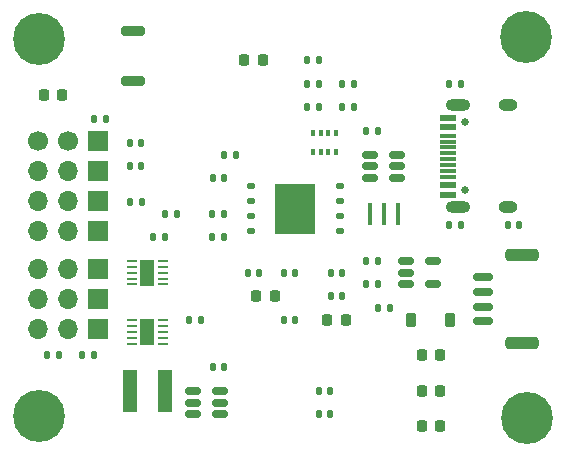
<source format=gbr>
%TF.GenerationSoftware,KiCad,Pcbnew,9.0.6*%
%TF.CreationDate,2026-01-01T00:57:53+05:30*%
%TF.ProjectId,fc,66632e6b-6963-4616-945f-706362585858,rev?*%
%TF.SameCoordinates,Original*%
%TF.FileFunction,Soldermask,Top*%
%TF.FilePolarity,Negative*%
%FSLAX46Y46*%
G04 Gerber Fmt 4.6, Leading zero omitted, Abs format (unit mm)*
G04 Created by KiCad (PCBNEW 9.0.6) date 2026-01-01 00:57:53*
%MOMM*%
%LPD*%
G01*
G04 APERTURE LIST*
G04 Aperture macros list*
%AMRoundRect*
0 Rectangle with rounded corners*
0 $1 Rounding radius*
0 $2 $3 $4 $5 $6 $7 $8 $9 X,Y pos of 4 corners*
0 Add a 4 corners polygon primitive as box body*
4,1,4,$2,$3,$4,$5,$6,$7,$8,$9,$2,$3,0*
0 Add four circle primitives for the rounded corners*
1,1,$1+$1,$2,$3*
1,1,$1+$1,$4,$5*
1,1,$1+$1,$6,$7*
1,1,$1+$1,$8,$9*
0 Add four rect primitives between the rounded corners*
20,1,$1+$1,$2,$3,$4,$5,0*
20,1,$1+$1,$4,$5,$6,$7,0*
20,1,$1+$1,$6,$7,$8,$9,0*
20,1,$1+$1,$8,$9,$2,$3,0*%
G04 Aperture macros list end*
%ADD10RoundRect,0.140000X-0.140000X-0.170000X0.140000X-0.170000X0.140000X0.170000X-0.140000X0.170000X0*%
%ADD11RoundRect,0.135000X-0.135000X-0.185000X0.135000X-0.185000X0.135000X0.185000X-0.135000X0.185000X0*%
%ADD12C,0.700000*%
%ADD13C,4.400000*%
%ADD14RoundRect,0.225000X-0.225000X-0.250000X0.225000X-0.250000X0.225000X0.250000X-0.225000X0.250000X0*%
%ADD15RoundRect,0.150000X-0.512500X-0.150000X0.512500X-0.150000X0.512500X0.150000X-0.512500X0.150000X0*%
%ADD16R,1.150000X3.600000*%
%ADD17RoundRect,0.062500X-0.337500X-0.062500X0.337500X-0.062500X0.337500X0.062500X-0.337500X0.062500X0*%
%ADD18R,1.300000X2.200000*%
%ADD19RoundRect,0.218750X-0.218750X-0.256250X0.218750X-0.256250X0.218750X0.256250X-0.218750X0.256250X0*%
%ADD20C,1.700000*%
%ADD21O,1.700000X1.700000*%
%ADD22R,1.700000X1.700000*%
%ADD23R,0.350000X0.500000*%
%ADD24C,0.650000*%
%ADD25R,1.450000X0.600000*%
%ADD26R,1.450000X0.300000*%
%ADD27O,2.100000X1.000000*%
%ADD28O,1.600000X1.000000*%
%ADD29RoundRect,0.150000X-0.700000X0.150000X-0.700000X-0.150000X0.700000X-0.150000X0.700000X0.150000X0*%
%ADD30RoundRect,0.250000X-1.150000X0.250000X-1.150000X-0.250000X1.150000X-0.250000X1.150000X0.250000X0*%
%ADD31RoundRect,0.225000X-0.225000X-0.375000X0.225000X-0.375000X0.225000X0.375000X-0.225000X0.375000X0*%
%ADD32RoundRect,0.125000X-0.200000X-0.125000X0.200000X-0.125000X0.200000X0.125000X-0.200000X0.125000X0*%
%ADD33R,3.400000X4.300000*%
%ADD34RoundRect,0.200000X0.800000X-0.200000X0.800000X0.200000X-0.800000X0.200000X-0.800000X-0.200000X0*%
%ADD35R,0.400000X1.900000*%
G04 APERTURE END LIST*
D10*
%TO.C,C14*%
X135760000Y-92390000D03*
X136720000Y-92390000D03*
%TD*%
%TO.C,C17*%
X151760000Y-113390000D03*
X152720000Y-113390000D03*
%TD*%
D11*
%TO.C,R14*%
X150730000Y-85390000D03*
X151750000Y-85390000D03*
%TD*%
%TO.C,R21*%
X142730000Y-100390000D03*
X143750000Y-100390000D03*
%TD*%
%TO.C,R10*%
X150730000Y-89390000D03*
X151750000Y-89390000D03*
%TD*%
%TO.C,R13*%
X142730000Y-98390000D03*
X143750000Y-98390000D03*
%TD*%
D12*
%TO.C,H1*%
X126446700Y-83636700D03*
X126929974Y-82469974D03*
X126929974Y-84803426D03*
X128096700Y-81986700D03*
D13*
X128096700Y-83636700D03*
D12*
X128096700Y-85286700D03*
X129263426Y-82469974D03*
X129263426Y-84803426D03*
X129746700Y-83636700D03*
%TD*%
D10*
%TO.C,C18*%
X145760000Y-103390000D03*
X146720000Y-103390000D03*
%TD*%
%TO.C,C20*%
X143760000Y-93390000D03*
X144720000Y-93390000D03*
%TD*%
%TO.C,C8*%
X148760000Y-103390000D03*
X149720000Y-103390000D03*
%TD*%
%TO.C,C12*%
X135760000Y-94390000D03*
X136720000Y-94390000D03*
%TD*%
D14*
%TO.C,C4*%
X160465000Y-116390000D03*
X162015000Y-116390000D03*
%TD*%
D15*
%TO.C,U2*%
X141102500Y-113440000D03*
X141102500Y-114390000D03*
X141102500Y-115340000D03*
X143377500Y-115340000D03*
X143377500Y-114390000D03*
X143377500Y-113440000D03*
%TD*%
D16*
%TO.C,L1*%
X135765000Y-113390000D03*
X138715000Y-113390000D03*
%TD*%
D11*
%TO.C,R5*%
X140730000Y-107390000D03*
X141750000Y-107390000D03*
%TD*%
D15*
%TO.C,U5*%
X159102500Y-102440000D03*
X159102500Y-103390000D03*
X159102500Y-104340000D03*
X161377500Y-104340000D03*
X161377500Y-102440000D03*
%TD*%
D11*
%TO.C,R8*%
X162730000Y-87390000D03*
X163750000Y-87390000D03*
%TD*%
D15*
%TO.C,U4*%
X156102500Y-93440000D03*
X156102500Y-94390000D03*
X156102500Y-95340000D03*
X158377500Y-95340000D03*
X158377500Y-94390000D03*
X158377500Y-93440000D03*
%TD*%
D11*
%TO.C,R15*%
X150730000Y-87390000D03*
X151750000Y-87390000D03*
%TD*%
D17*
%TO.C,U3*%
X135965000Y-102390000D03*
X135965000Y-102890000D03*
X135965000Y-103390000D03*
X135965000Y-103890000D03*
X135965000Y-104390000D03*
X138515000Y-104390000D03*
X138515000Y-103890000D03*
X138515000Y-103390000D03*
X138515000Y-102890000D03*
X138515000Y-102390000D03*
D18*
X137240000Y-103390000D03*
%TD*%
D11*
%TO.C,R12*%
X153730000Y-89390000D03*
X154750000Y-89390000D03*
%TD*%
D19*
%TO.C,D2*%
X146452500Y-105390000D03*
X148027500Y-105390000D03*
%TD*%
D11*
%TO.C,R6*%
X128730000Y-110390000D03*
X129750000Y-110390000D03*
%TD*%
D20*
%TO.C,J2*%
X127940000Y-92280000D03*
D21*
X127940000Y-94820000D03*
X127940000Y-97360000D03*
X127940000Y-99900000D03*
X127940000Y-103075000D03*
X127940000Y-105615000D03*
X127940000Y-108155000D03*
D20*
X130480000Y-92280000D03*
D21*
X130480000Y-94820000D03*
X130480000Y-97360000D03*
X130480000Y-99900000D03*
X130480000Y-103075000D03*
X130480000Y-105615000D03*
X130480000Y-108155000D03*
D22*
X133020000Y-92280000D03*
X133020000Y-94820000D03*
X133020000Y-97360000D03*
X133020000Y-99900000D03*
X133020000Y-103075000D03*
X133020000Y-105615000D03*
X133020000Y-108155000D03*
%TD*%
D11*
%TO.C,R19*%
X153730000Y-87390000D03*
X154750000Y-87390000D03*
%TD*%
D14*
%TO.C,C9*%
X152465000Y-107390000D03*
X154015000Y-107390000D03*
%TD*%
D10*
%TO.C,C15*%
X142760000Y-95390000D03*
X143720000Y-95390000D03*
%TD*%
%TO.C,C11*%
X167760000Y-99390000D03*
X168720000Y-99390000D03*
%TD*%
D11*
%TO.C,R9*%
X162730000Y-99390000D03*
X163750000Y-99390000D03*
%TD*%
D10*
%TO.C,C13*%
X152760000Y-105390000D03*
X153720000Y-105390000D03*
%TD*%
D11*
%TO.C,R17*%
X155730000Y-102390000D03*
X156750000Y-102390000D03*
%TD*%
%TO.C,R18*%
X155730000Y-104390000D03*
X156750000Y-104390000D03*
%TD*%
D23*
%TO.C,U8*%
X151265000Y-91590000D03*
X151915000Y-91590000D03*
X152565000Y-91590000D03*
X153215000Y-91590000D03*
X153215000Y-93190000D03*
X152565000Y-93190000D03*
X151915000Y-93190000D03*
X151265000Y-93190000D03*
%TD*%
D10*
%TO.C,C16*%
X151760000Y-115390000D03*
X152720000Y-115390000D03*
%TD*%
D24*
%TO.C,J1*%
X164100000Y-96430000D03*
X164100000Y-90650000D03*
D25*
X162655000Y-96790000D03*
X162655000Y-95990000D03*
D26*
X162655000Y-94790000D03*
X162655000Y-93790000D03*
X162655000Y-93290000D03*
X162655000Y-92290000D03*
D25*
X162655000Y-91090000D03*
X162655000Y-90290000D03*
X162655000Y-90290000D03*
X162655000Y-91090000D03*
D26*
X162655000Y-91790000D03*
X162655000Y-92790000D03*
X162655000Y-94290000D03*
X162655000Y-95290000D03*
D25*
X162655000Y-95990000D03*
X162655000Y-96790000D03*
D27*
X163570000Y-97860000D03*
D28*
X167750000Y-97860000D03*
D27*
X163570000Y-89220000D03*
D28*
X167750000Y-89220000D03*
%TD*%
D19*
%TO.C,D3*%
X145452500Y-85390000D03*
X147027500Y-85390000D03*
%TD*%
D14*
%TO.C,C3*%
X160465000Y-110390000D03*
X162015000Y-110390000D03*
%TD*%
D11*
%TO.C,R11*%
X155730000Y-91390000D03*
X156750000Y-91390000D03*
%TD*%
D29*
%TO.C,J3*%
X165620000Y-103765000D03*
X165620000Y-105015000D03*
X165620000Y-106265000D03*
X165620000Y-107515000D03*
D30*
X168970000Y-101915000D03*
X168970000Y-109365000D03*
%TD*%
D10*
%TO.C,C2*%
X142760000Y-111390000D03*
X143720000Y-111390000D03*
%TD*%
D12*
%TO.C,H2*%
X167606700Y-83396700D03*
X168089974Y-82229974D03*
X168089974Y-84563426D03*
X169256700Y-81746700D03*
D13*
X169256700Y-83396700D03*
D12*
X169256700Y-85046700D03*
X170423426Y-82229974D03*
X170423426Y-84563426D03*
X170906700Y-83396700D03*
%TD*%
D11*
%TO.C,R2*%
X135730000Y-97390000D03*
X136750000Y-97390000D03*
%TD*%
D10*
%TO.C,C19*%
X148760000Y-107390000D03*
X149720000Y-107390000D03*
%TD*%
D31*
%TO.C,D1*%
X159590000Y-107390000D03*
X162890000Y-107390000D03*
%TD*%
D10*
%TO.C,C10*%
X152760000Y-103390000D03*
X153720000Y-103390000D03*
%TD*%
D14*
%TO.C,C5*%
X160465000Y-113390000D03*
X162015000Y-113390000D03*
%TD*%
D11*
%TO.C,R3*%
X138730000Y-98390000D03*
X139750000Y-98390000D03*
%TD*%
D32*
%TO.C,U9*%
X146010000Y-96090000D03*
X146010000Y-97360000D03*
X146010000Y-98630000D03*
X146010000Y-99900000D03*
X153510000Y-99900000D03*
X153510000Y-98630000D03*
X153510000Y-97360000D03*
X153510000Y-96090000D03*
D33*
X149760000Y-97995000D03*
%TD*%
D12*
%TO.C,H3*%
X167710000Y-115710000D03*
X168193274Y-114543274D03*
X168193274Y-116876726D03*
X169360000Y-114060000D03*
D13*
X169360000Y-115710000D03*
D12*
X169360000Y-117360000D03*
X170526726Y-114543274D03*
X170526726Y-116876726D03*
X171010000Y-115710000D03*
%TD*%
%TO.C,H4*%
X126446700Y-115503300D03*
X126929974Y-114336574D03*
X126929974Y-116670026D03*
X128096700Y-113853300D03*
D13*
X128096700Y-115503300D03*
D12*
X128096700Y-117153300D03*
X129263426Y-114336574D03*
X129263426Y-116670026D03*
X129746700Y-115503300D03*
%TD*%
D17*
%TO.C,U1*%
X135965000Y-107390000D03*
X135965000Y-107890000D03*
X135965000Y-108390000D03*
X135965000Y-108890000D03*
X135965000Y-109390000D03*
X138515000Y-109390000D03*
X138515000Y-108890000D03*
X138515000Y-108390000D03*
X138515000Y-107890000D03*
X138515000Y-107390000D03*
D18*
X137240000Y-108390000D03*
%TD*%
D14*
%TO.C,C1*%
X128465000Y-88390000D03*
X130015000Y-88390000D03*
%TD*%
D34*
%TO.C,SW1*%
X135990000Y-87130000D03*
X135990000Y-82930000D03*
%TD*%
D11*
%TO.C,R1*%
X132730000Y-90390000D03*
X133750000Y-90390000D03*
%TD*%
%TO.C,R4*%
X137730000Y-100390000D03*
X138750000Y-100390000D03*
%TD*%
%TO.C,R16*%
X156730000Y-106390000D03*
X157750000Y-106390000D03*
%TD*%
%TO.C,R7*%
X131730000Y-110390000D03*
X132750000Y-110390000D03*
%TD*%
D35*
%TO.C,Y1*%
X156040000Y-98390000D03*
X157240000Y-98390000D03*
X158440000Y-98390000D03*
%TD*%
M02*

</source>
